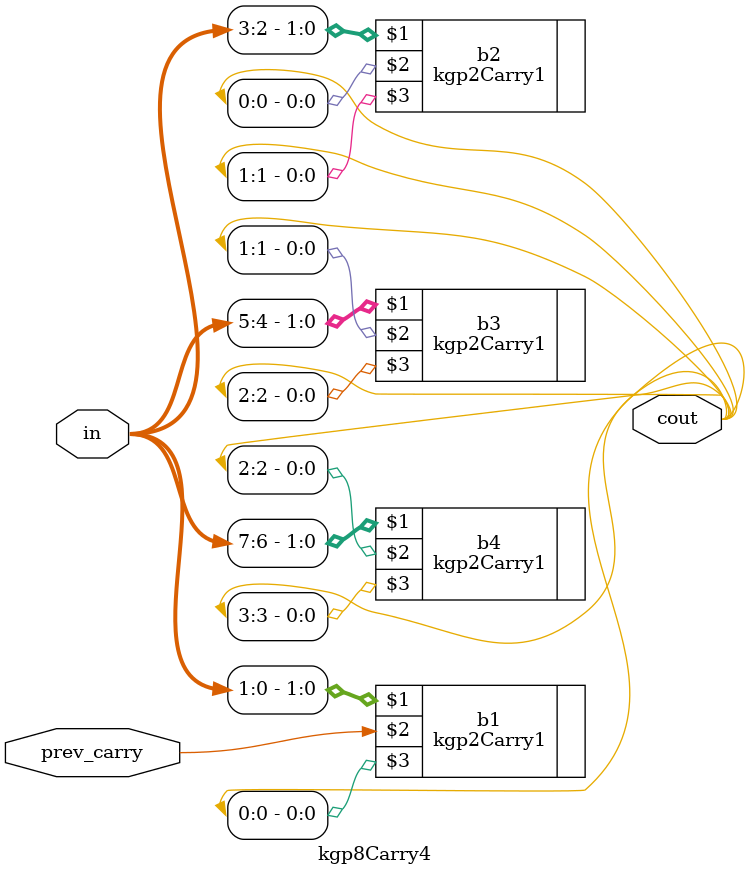
<source format=v>
`include "kgp2Carry1.v"
module kgp8Carry4(
	input [7:0] in,
	input prev_carry,
	output [3:0] cout
);

kgp2Carry1 b1(in[1:0], prev_carry, cout[0]);
kgp2Carry1 b2(in[3:2], cout[0], cout[1]);
kgp2Carry1 b3(in[5:4], cout[1], cout[2]);
kgp2Carry1 b4(in[7:6], cout[2], cout[3]);

endmodule

</source>
